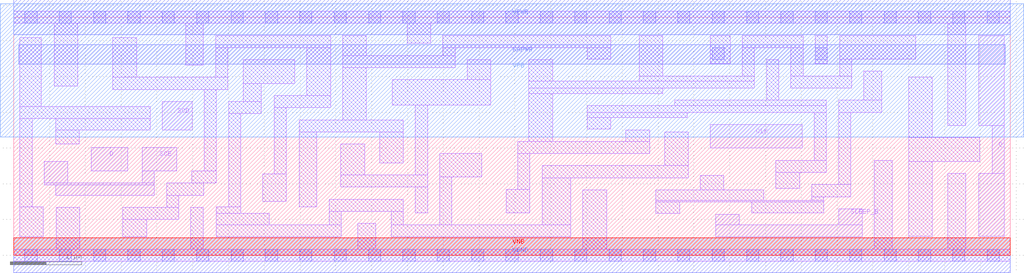
<source format=lef>
# Copyright 2020 The SkyWater PDK Authors
#
# Licensed under the Apache License, Version 2.0 (the "License");
# you may not use this file except in compliance with the License.
# You may obtain a copy of the License at
#
#     https://www.apache.org/licenses/LICENSE-2.0
#
# Unless required by applicable law or agreed to in writing, software
# distributed under the License is distributed on an "AS IS" BASIS,
# WITHOUT WARRANTIES OR CONDITIONS OF ANY KIND, either express or implied.
# See the License for the specific language governing permissions and
# limitations under the License.
#
# SPDX-License-Identifier: Apache-2.0

VERSION 5.7 ;
  NOWIREEXTENSIONATPIN ON ;
  DIVIDERCHAR "/" ;
  BUSBITCHARS "[]" ;
MACRO sky130_fd_sc_lp__srsdfxtp_1
  CLASS CORE ;
  FOREIGN sky130_fd_sc_lp__srsdfxtp_1 ;
  ORIGIN  0.000000  0.000000 ;
  SIZE  13.92000 BY  3.330000 ;
  SYMMETRY X Y R90 ;
  SITE unit ;
  PIN D
    ANTENNAGATEAREA  0.159000 ;
    DIRECTION INPUT ;
    USE SIGNAL ;
    PORT
      LAYER li1 ;
        RECT 1.085000 1.180000 1.590000 1.510000 ;
    END
  END D
  PIN Q
    ANTENNADIFFAREA  0.598500 ;
    DIRECTION OUTPUT ;
    USE SIGNAL ;
    PORT
      LAYER li1 ;
        RECT 13.475000 0.265000 13.835000 1.145000 ;
        RECT 13.475000 1.815000 13.835000 3.075000 ;
        RECT 13.665000 1.145000 13.835000 1.815000 ;
    END
  END Q
  PIN SCD
    ANTENNAGATEAREA  0.159000 ;
    DIRECTION INPUT ;
    USE SIGNAL ;
    PORT
      LAYER li1 ;
        RECT 2.075000 1.750000 2.490000 2.150000 ;
    END
  END SCD
  PIN SCE
    ANTENNAGATEAREA  0.318000 ;
    DIRECTION INPUT ;
    USE SIGNAL ;
    PORT
      LAYER li1 ;
        RECT 0.425000 0.985000 1.965000 1.010000 ;
        RECT 0.425000 1.010000 0.755000 1.315000 ;
        RECT 0.585000 0.840000 1.965000 0.985000 ;
        RECT 1.795000 1.010000 1.965000 1.180000 ;
        RECT 1.795000 1.180000 2.275000 1.510000 ;
    END
  END SCE
  PIN SLEEP_B
    ANTENNAGATEAREA  0.222000 ;
    DIRECTION INPUT ;
    USE SIGNAL ;
    PORT
      LAYER li1 ;
        RECT  9.805000 0.255000 11.850000 0.425000 ;
        RECT  9.805000 0.425000 10.135000 0.575000 ;
        RECT 11.520000 0.425000 11.850000 0.650000 ;
    END
  END SLEEP_B
  PIN CLK
    ANTENNAGATEAREA  0.159000 ;
    DIRECTION INPUT ;
    USE CLOCK ;
    PORT
      LAYER li1 ;
        RECT 9.725000 1.500000 11.010000 1.830000 ;
    END
  END CLK
  PIN KAPWR
    DIRECTION INOUT ;
    USE POWER ;
    PORT
      LAYER met1 ;
        RECT 0.070000 2.675000 13.850000 2.945000 ;
    END
  END KAPWR
  PIN VGND
    DIRECTION INOUT ;
    USE GROUND ;
    PORT
      LAYER met1 ;
        RECT 0.000000 -0.245000 13.920000 0.245000 ;
    END
  END VGND
  PIN VNB
    DIRECTION INOUT ;
    USE GROUND ;
    PORT
      LAYER pwell ;
        RECT 0.000000 0.000000 13.920000 0.245000 ;
    END
  END VNB
  PIN VPB
    DIRECTION INOUT ;
    USE POWER ;
    PORT
      LAYER nwell ;
        RECT -0.190000 1.655000 14.110000 3.520000 ;
    END
  END VPB
  PIN VPWR
    DIRECTION INOUT ;
    USE POWER ;
    PORT
      LAYER met1 ;
        RECT 0.000000 3.085000 13.920000 3.575000 ;
    END
  END VPWR
  OBS
    LAYER li1 ;
      RECT  0.000000 -0.085000 13.920000 0.085000 ;
      RECT  0.000000  3.245000 13.920000 3.415000 ;
      RECT  0.085000  0.255000  0.415000 0.675000 ;
      RECT  0.085000  0.675000  0.255000 1.910000 ;
      RECT  0.085000  1.910000  1.905000 2.080000 ;
      RECT  0.085000  2.080000  0.385000 3.045000 ;
      RECT  0.565000  2.365000  0.895000 3.245000 ;
      RECT  0.585000  1.555000  0.915000 1.750000 ;
      RECT  0.585000  1.750000  1.905000 1.910000 ;
      RECT  0.595000  0.085000  0.925000 0.670000 ;
      RECT  1.385000  2.320000  2.990000 2.490000 ;
      RECT  1.385000  2.490000  1.715000 3.045000 ;
      RECT  1.525000  0.255000  1.855000 0.500000 ;
      RECT  1.525000  0.500000  2.305000 0.670000 ;
      RECT  2.135000  0.670000  2.305000 0.840000 ;
      RECT  2.135000  0.840000  2.655000 1.010000 ;
      RECT  2.400000  2.660000  2.650000 3.245000 ;
      RECT  2.475000  0.085000  2.645000 0.670000 ;
      RECT  2.485000  1.010000  2.830000 1.180000 ;
      RECT  2.660000  1.180000  2.830000 2.320000 ;
      RECT  2.820000  2.490000  2.990000 2.905000 ;
      RECT  2.820000  2.905000  4.425000 3.075000 ;
      RECT  2.825000  0.255000  4.575000 0.425000 ;
      RECT  2.825000  0.425000  3.570000 0.585000 ;
      RECT  2.825000  0.585000  3.170000 0.675000 ;
      RECT  3.000000  0.675000  3.170000 1.980000 ;
      RECT  3.000000  1.980000  3.455000 2.150000 ;
      RECT  3.205000  2.150000  3.455000 2.405000 ;
      RECT  3.205000  2.405000  3.925000 2.735000 ;
      RECT  3.475000  0.755000  3.805000 1.135000 ;
      RECT  3.635000  1.135000  3.805000 2.065000 ;
      RECT  3.635000  2.065000  4.425000 2.235000 ;
      RECT  3.985000  0.675000  4.235000 1.725000 ;
      RECT  3.985000  1.725000  5.440000 1.895000 ;
      RECT  4.095000  2.235000  4.425000 2.905000 ;
      RECT  4.405000  0.425000  4.575000 0.615000 ;
      RECT  4.405000  0.615000  5.440000 0.785000 ;
      RECT  4.570000  0.955000  5.780000 1.125000 ;
      RECT  4.570000  1.125000  4.900000 1.555000 ;
      RECT  4.595000  1.895000  4.925000 2.625000 ;
      RECT  4.595000  2.625000  6.165000 2.795000 ;
      RECT  4.595000  2.795000  4.925000 3.075000 ;
      RECT  4.805000  0.085000  5.055000 0.445000 ;
      RECT  5.110000  1.295000  5.440000 1.725000 ;
      RECT  5.270000  0.255000  7.780000 0.425000 ;
      RECT  5.270000  0.425000  5.440000 0.615000 ;
      RECT  5.290000  2.105000  6.665000 2.455000 ;
      RECT  5.495000  2.965000  5.825000 3.245000 ;
      RECT  5.610000  0.595000  5.780000 0.955000 ;
      RECT  5.610000  1.125000  5.780000 2.105000 ;
      RECT  5.950000  0.425000  6.120000 1.095000 ;
      RECT  5.950000  1.095000  6.540000 1.425000 ;
      RECT  5.995000  2.795000  6.165000 2.905000 ;
      RECT  5.995000  2.905000  8.340000 3.075000 ;
      RECT  6.335000  2.455000  6.665000 2.735000 ;
      RECT  6.880000  0.595000  7.210000 0.925000 ;
      RECT  7.040000  0.925000  7.210000 1.425000 ;
      RECT  7.040000  1.425000  8.880000 1.595000 ;
      RECT  7.195000  1.595000  7.525000 2.265000 ;
      RECT  7.195000  2.265000  9.065000 2.340000 ;
      RECT  7.195000  2.340000 10.345000 2.435000 ;
      RECT  7.195000  2.435000  7.525000 2.735000 ;
      RECT  7.380000  0.425000  7.780000 1.085000 ;
      RECT  7.380000  1.085000  9.420000 1.255000 ;
      RECT  7.950000  0.085000  8.280000 0.915000 ;
      RECT  8.010000  1.765000  8.340000 1.925000 ;
      RECT  8.010000  1.925000  9.405000 2.000000 ;
      RECT  8.010000  2.000000 11.350000 2.095000 ;
      RECT  8.010000  2.745000  8.340000 2.905000 ;
      RECT  8.550000  1.595000  8.880000 1.755000 ;
      RECT  8.735000  2.435000 10.345000 2.510000 ;
      RECT  8.735000  2.510000  9.065000 3.075000 ;
      RECT  8.970000  0.585000  9.300000 0.745000 ;
      RECT  8.970000  0.745000 11.315000 0.765000 ;
      RECT  8.970000  0.765000 10.475000 0.915000 ;
      RECT  9.090000  1.255000  9.420000 1.725000 ;
      RECT  9.235000  2.095000 11.350000 2.170000 ;
      RECT  9.590000  0.915000  9.920000 1.120000 ;
      RECT  9.725000  2.680000 10.005000 3.075000 ;
      RECT 10.175000  2.510000 10.345000 2.905000 ;
      RECT 10.175000  2.905000 11.025000 3.075000 ;
      RECT 10.305000  0.595000 11.315000 0.745000 ;
      RECT 10.515000  2.170000 10.685000 2.735000 ;
      RECT 10.645000  0.935000 10.975000 1.160000 ;
      RECT 10.645000  1.160000 11.350000 1.330000 ;
      RECT 10.855000  2.340000 11.705000 2.510000 ;
      RECT 10.855000  2.510000 11.025000 2.905000 ;
      RECT 11.145000  0.765000 11.315000 0.820000 ;
      RECT 11.145000  0.820000 11.690000 0.990000 ;
      RECT 11.180000  1.330000 11.350000 2.000000 ;
      RECT 11.195000  2.680000 11.365000 3.075000 ;
      RECT 11.520000  0.990000 11.690000 2.000000 ;
      RECT 11.520000  2.000000 12.125000 2.170000 ;
      RECT 11.535000  2.510000 11.705000 2.745000 ;
      RECT 11.535000  2.745000 12.595000 3.075000 ;
      RECT 11.875000  2.170000 12.125000 2.575000 ;
      RECT 12.020000  0.085000 12.270000 1.330000 ;
      RECT 12.500000  0.265000 12.830000 1.315000 ;
      RECT 12.500000  1.315000 13.495000 1.645000 ;
      RECT 12.500000  1.645000 12.830000 2.495000 ;
      RECT 13.045000  0.085000 13.295000 1.145000 ;
      RECT 13.045000  1.815000 13.295000 3.245000 ;
    LAYER mcon ;
      RECT  0.155000 -0.085000  0.325000 0.085000 ;
      RECT  0.155000  3.245000  0.325000 3.415000 ;
      RECT  0.635000 -0.085000  0.805000 0.085000 ;
      RECT  0.635000  3.245000  0.805000 3.415000 ;
      RECT  1.115000 -0.085000  1.285000 0.085000 ;
      RECT  1.115000  3.245000  1.285000 3.415000 ;
      RECT  1.595000 -0.085000  1.765000 0.085000 ;
      RECT  1.595000  3.245000  1.765000 3.415000 ;
      RECT  2.075000 -0.085000  2.245000 0.085000 ;
      RECT  2.075000  3.245000  2.245000 3.415000 ;
      RECT  2.555000 -0.085000  2.725000 0.085000 ;
      RECT  2.555000  3.245000  2.725000 3.415000 ;
      RECT  3.035000 -0.085000  3.205000 0.085000 ;
      RECT  3.035000  3.245000  3.205000 3.415000 ;
      RECT  3.515000 -0.085000  3.685000 0.085000 ;
      RECT  3.515000  3.245000  3.685000 3.415000 ;
      RECT  3.995000 -0.085000  4.165000 0.085000 ;
      RECT  3.995000  3.245000  4.165000 3.415000 ;
      RECT  4.475000 -0.085000  4.645000 0.085000 ;
      RECT  4.475000  3.245000  4.645000 3.415000 ;
      RECT  4.955000 -0.085000  5.125000 0.085000 ;
      RECT  4.955000  3.245000  5.125000 3.415000 ;
      RECT  5.435000 -0.085000  5.605000 0.085000 ;
      RECT  5.435000  3.245000  5.605000 3.415000 ;
      RECT  5.915000 -0.085000  6.085000 0.085000 ;
      RECT  5.915000  3.245000  6.085000 3.415000 ;
      RECT  6.395000 -0.085000  6.565000 0.085000 ;
      RECT  6.395000  3.245000  6.565000 3.415000 ;
      RECT  6.875000 -0.085000  7.045000 0.085000 ;
      RECT  6.875000  3.245000  7.045000 3.415000 ;
      RECT  7.355000 -0.085000  7.525000 0.085000 ;
      RECT  7.355000  3.245000  7.525000 3.415000 ;
      RECT  7.835000 -0.085000  8.005000 0.085000 ;
      RECT  7.835000  3.245000  8.005000 3.415000 ;
      RECT  8.315000 -0.085000  8.485000 0.085000 ;
      RECT  8.315000  3.245000  8.485000 3.415000 ;
      RECT  8.795000 -0.085000  8.965000 0.085000 ;
      RECT  8.795000  3.245000  8.965000 3.415000 ;
      RECT  9.275000 -0.085000  9.445000 0.085000 ;
      RECT  9.275000  3.245000  9.445000 3.415000 ;
      RECT  9.755000 -0.085000  9.925000 0.085000 ;
      RECT  9.755000  2.735000  9.925000 2.905000 ;
      RECT  9.755000  3.245000  9.925000 3.415000 ;
      RECT 10.235000 -0.085000 10.405000 0.085000 ;
      RECT 10.235000  3.245000 10.405000 3.415000 ;
      RECT 10.715000 -0.085000 10.885000 0.085000 ;
      RECT 10.715000  3.245000 10.885000 3.415000 ;
      RECT 11.195000 -0.085000 11.365000 0.085000 ;
      RECT 11.195000  2.735000 11.365000 2.905000 ;
      RECT 11.195000  3.245000 11.365000 3.415000 ;
      RECT 11.675000 -0.085000 11.845000 0.085000 ;
      RECT 11.675000  3.245000 11.845000 3.415000 ;
      RECT 12.155000 -0.085000 12.325000 0.085000 ;
      RECT 12.155000  3.245000 12.325000 3.415000 ;
      RECT 12.635000 -0.085000 12.805000 0.085000 ;
      RECT 12.635000  3.245000 12.805000 3.415000 ;
      RECT 13.115000 -0.085000 13.285000 0.085000 ;
      RECT 13.115000  3.245000 13.285000 3.415000 ;
      RECT 13.595000 -0.085000 13.765000 0.085000 ;
      RECT 13.595000  3.245000 13.765000 3.415000 ;
  END
END sky130_fd_sc_lp__srsdfxtp_1
END LIBRARY

</source>
